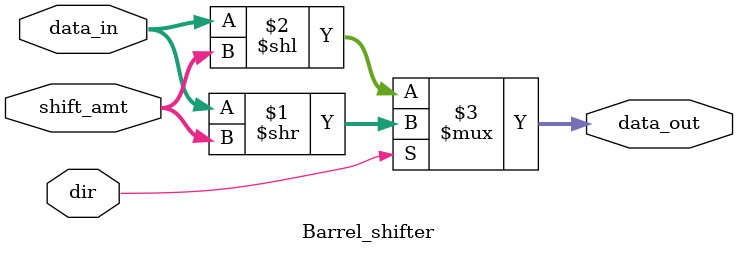
<source format=v>
module Barrel_shifter #(
  parameter WIDTH = 8 
)(
  input  [WIDTH-1:0] data_in,               
  input  [$clog2(WIDTH)-1:0] shift_amt,       
  input  dir,                                 
  output [WIDTH-1:0] data_out              
);

  assign data_out = dir ? (data_in >> shift_amt) : (data_in << shift_amt);

endmodule

</source>
